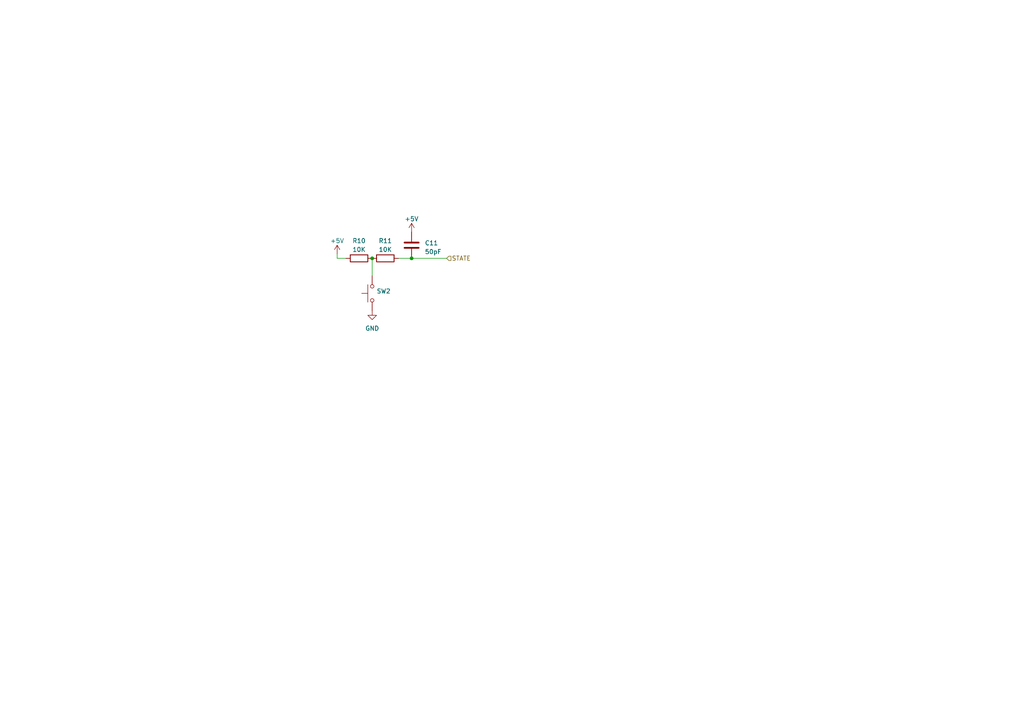
<source format=kicad_sch>
(kicad_sch (version 20230121) (generator eeschema)
  (paper "A4")
  (lib_symbols
    (symbol "Device:C" (pin_numbers hide) (pin_names (offset 0.254))
      (property "Reference" "C" (at 0.635 2.54 0))
      (property "Value" "C" (at 0.635 -2.54 0))
      (symbol "C_0_1"
        (polyline (pts (xy -2.032 -0.762) (xy 2.032 -0.762)) (stroke (width 0.508)))
        (polyline (pts (xy -2.032 0.762) (xy 2.032 0.762)) (stroke (width 0.508)))
      )
      (symbol "C_1_1"
        (pin passive line (at 0 3.81 270) (length 2.794) (name "~") (number "1"))
        (pin passive line (at 0 -3.81 90) (length 2.794) (name "~") (number "2"))
      )
    )
    (symbol "Device:R" (pin_numbers hide) (pin_names (offset 0))
      (property "Reference" "R" (at 2.032 0 90))
      (property "Value" "R" (at 0 0 90))
      (symbol "R_0_1"
        (rectangle (start -1.016 -2.54) (end 1.016 2.54) (stroke (width 0.254)))
      )
      (symbol "R_1_1"
        (pin passive line (at 0 3.81 270) (length 1.27) (name "~") (number "1"))
        (pin passive line (at 0 -3.81 90) (length 1.27) (name "~") (number "2"))
      )
    )
    (symbol "Switch:SW_Omron_B3FS" (pin_numbers hide) (pin_names (offset 1.016) hide)
      (property "Reference" "SW" (at 1.27 2.54 0))
      (property "Value" "SW_Omron_B3FS" (at 0 -1.524 0))
      (symbol "SW_Omron_B3FS_0_1"
        (circle (center -2.032 0) (radius 0.508))
        (polyline (pts (xy 0 1.27) (xy 0 3.048)))
        (polyline (pts (xy 2.54 1.27) (xy -2.54 1.27)))
        (circle (center 2.032 0) (radius 0.508))
        (pin passive line (at -5.08 0 0) (length 2.54) (name "1") (number "1"))
        (pin passive line (at 5.08 0 180) (length 2.54) (name "2") (number "2"))
      )
    )
    (symbol "power:+5V" (power) (pin_names (offset 0))
      (property "Value" "+5V" (at 0 3.556 0))
      (symbol "+5V_0_1"
        (polyline (pts (xy -0.762 1.27) (xy 0 2.54)))
        (polyline (pts (xy 0 0) (xy 0 2.54)))
        (polyline (pts (xy 0 2.54) (xy 0.762 1.27)))
      )
      (symbol "+5V_1_1"
        (pin power_in line (at 0 0 90) (length 0) hide (name "+5V") (number "1"))
      )
    )
    (symbol "power:GND" (power) (pin_names (offset 0))
      (property "Value" "GND" (at 0 -3.81 0))
      (symbol "GND_0_1"
        (polyline (pts (xy 0 0) (xy 0 -1.27) (xy 1.27 -1.27) (xy 0 -2.54) (xy -1.27 -1.27) (xy 0 -1.27)))
      )
      (symbol "GND_1_1"
        (pin power_in line (at 0 0 270) (length 0) hide (name "GND") (number "1"))
      )
    )
  )
  (junction (at 107.95 74.93))
  (junction (at 119.38 74.93))
  (wire (pts (xy 119.38 74.93) (xy 129.54 74.93)))
  (wire (pts (xy 107.95 74.93) (xy 107.95 80.01)))
  (wire (pts (xy 97.79 74.93) (xy 100.33 74.93)))
  (wire (pts (xy 97.79 73.66) (xy 97.79 74.93)))
  (wire (pts (xy 115.57 74.93) (xy 119.38 74.93)))
  (hierarchical_label "STATE" (shape input) (at 129.54 74.93 0))
  (symbol (lib_id "power:+5V") (at 97.79 73.66 0) (unit 1)
    (property "Reference" "#PWR035" (effects hide))
    (property "Value" "+5V" (at 97.79 69.85 0))
    (instances (project "CxCat" (path "" (reference "#PWR035") (unit 1)) (path "" (reference "#PWR035") (unit 1)) (path "" (reference "#PWR047") (unit 1))))
  )
  (symbol (lib_id "power:+5V") (at 119.38 67.31 0) (unit 1)
    (property "Reference" "#PWR037" (effects hide))
    (property "Value" "+5V" (at 119.38 63.5 0))
    (instances (project "CxCat" (path "" (reference "#PWR037") (unit 1)) (path "" (reference "#PWR037") (unit 1)) (path "" (reference "#PWR049") (unit 1))))
  )
  (symbol (lib_id "Device:R") (at 104.14 74.93 90) (unit 1)
    (property "Reference" "R10" (at 104.14 69.85 90))
    (property "Value" "10K" (at 104.14 72.39 90))
    (property "Footprint" "Resistor_THT:R_Axial_DIN0204_L3.6mm_D1.6mm_P5.08mm_Horizontal" (effects hide))
    (instances (project "CxCat" (path "" (reference "R10") (unit 1)) (path "" (reference "R10") (unit 1)) (path "" (reference "R14") (unit 1))))
  )
  (symbol (lib_id "Device:R") (at 111.76 74.93 90) (unit 1)
    (property "Reference" "R11" (at 111.76 69.85 90))
    (property "Value" "10K" (at 111.76 72.39 90))
    (property "Footprint" "Resistor_THT:R_Axial_DIN0204_L3.6mm_D1.6mm_P5.08mm_Horizontal" (effects hide))
    (instances (project "CxCat" (path "" (reference "R11") (unit 1)) (path "" (reference "R11") (unit 1)) (path "" (reference "R15") (unit 1))))
  )
  (symbol (lib_id "Device:C") (at 119.38 71.12 0) (unit 1)
    (property "Reference" "C11" (at 123.19 70.485 0) (effects (justify left)))
    (property "Value" "50pF" (at 123.19 73.025 0) (effects (justify left)))
    (property "Footprint" "Capacitor_THT:C_Rect_L4.0mm_W2.5mm_P2.50mm" (effects hide))
    (instances (project "CxCat" (path "" (reference "C11") (unit 1)) (path "" (reference "C11") (unit 1)) (path "" (reference "C13") (unit 1))))
  )
  (symbol (lib_id "Switch:SW_Omron_B3FS") (at 107.95 85.09 90) (unit 1)
    (property "Reference" "SW2" (at 109.22 84.455 90) (effects (justify right)))
    (property "Value" "SW_Omron_B3FS" (effects hide))
    (property "Footprint" "Connector_PinHeader_2.54mm:PinHeader_1x02_P2.54mm_Vertical" (effects hide))
    (property "Datasheet" "https://omronfs.omron.com/en_US/ecb/products/pdf/en-b3fs.pdf" (effects hide))
    (instances (project "CxCat" (path "" (reference "SW2") (unit 1)) (path "" (reference "SW2") (unit 1)) (path "" (reference "SW3") (unit 1))))
  )
  (symbol (lib_id "power:GND") (at 107.95 90.17 0) (unit 1)
    (property "Reference" "#PWR036" (effects hide))
    (property "Value" "GND" (at 107.95 95.25 0))
    (instances (project "CxCat" (path "" (reference "#PWR036") (unit 1)) (path "" (reference "#PWR036") (unit 1)) (path "" (reference "#PWR048") (unit 1))))
  )
)
</source>
